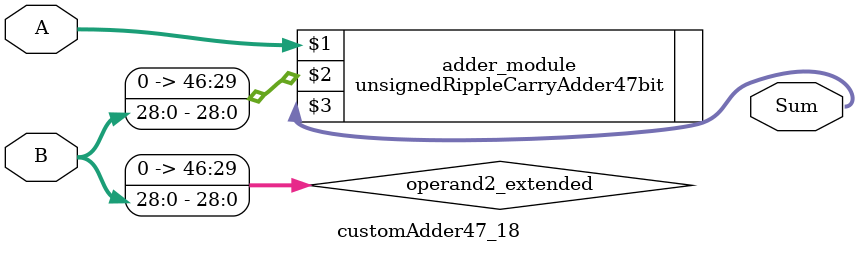
<source format=v>
module customAdder47_18(
                        input [46 : 0] A,
                        input [28 : 0] B,
                        
                        output [47 : 0] Sum
                );

        wire [46 : 0] operand2_extended;
        
        assign operand2_extended =  {18'b0, B};
        
        unsignedRippleCarryAdder47bit adder_module(
            A,
            operand2_extended,
            Sum
        );
        
        endmodule
        
</source>
